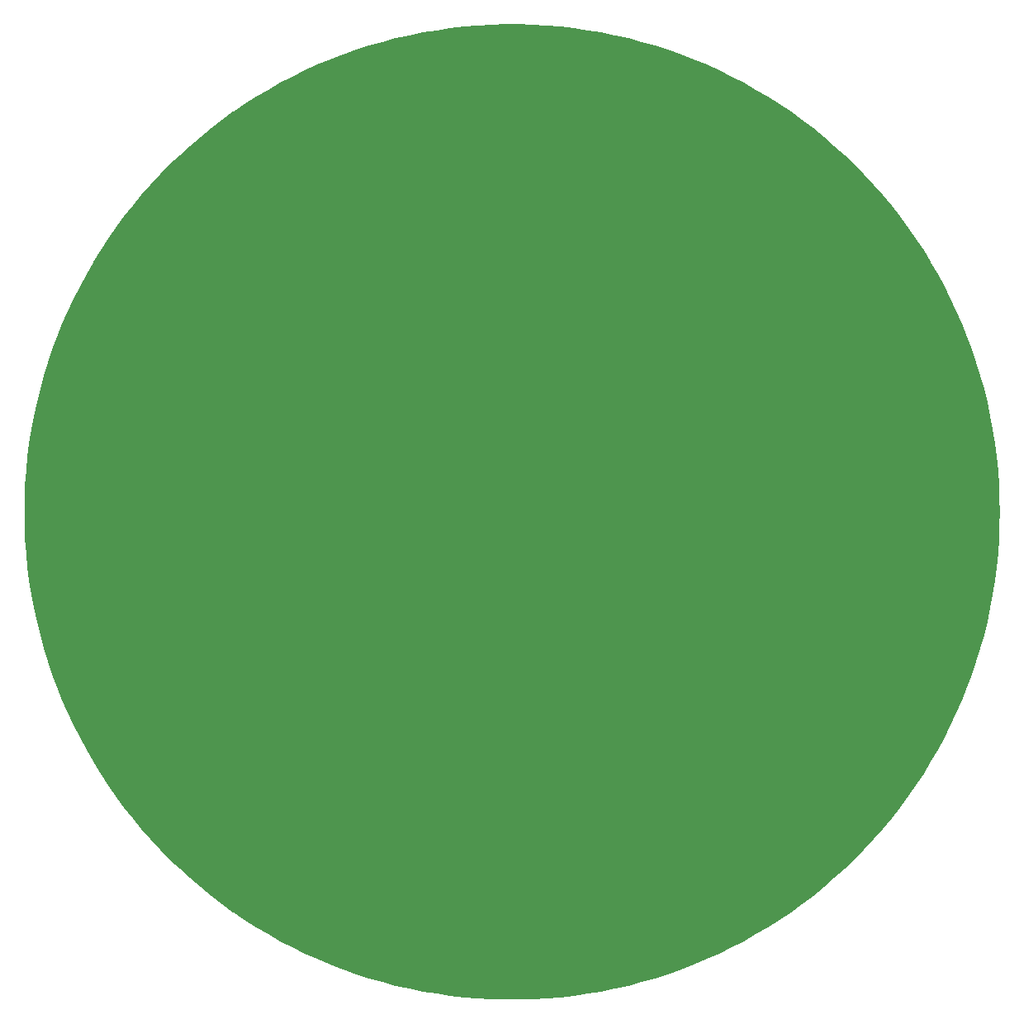
<source format=gbr>
%TF.GenerationSoftware,KiCad,Pcbnew,7.0.1*%
%TF.CreationDate,2023-05-31T20:33:01-07:00*%
%TF.ProjectId,skull_01,736b756c-6c5f-4303-912e-6b696361645f,rev?*%
%TF.SameCoordinates,Original*%
%TF.FileFunction,Soldermask,Top*%
%TF.FilePolarity,Negative*%
%FSLAX46Y46*%
G04 Gerber Fmt 4.6, Leading zero omitted, Abs format (unit mm)*
G04 Created by KiCad (PCBNEW 7.0.1) date 2023-05-31 20:33:01*
%MOMM*%
%LPD*%
G01*
G04 APERTURE LIST*
G04 APERTURE END LIST*
G36*
X50709308Y-5056D02*
G01*
X52120308Y-45002D01*
X52123814Y-45151D01*
X53533121Y-125010D01*
X53536622Y-125258D01*
X54943114Y-244969D01*
X54946606Y-245316D01*
X56349155Y-404780D01*
X56352636Y-405226D01*
X57750089Y-604316D01*
X57753556Y-604860D01*
X59144832Y-843417D01*
X59148282Y-844059D01*
X60532227Y-1121889D01*
X60535658Y-1122628D01*
X61911217Y-1439517D01*
X61914625Y-1440353D01*
X63280640Y-1796036D01*
X63284024Y-1796968D01*
X64639471Y-2191178D01*
X64642826Y-2192206D01*
X65986521Y-2624599D01*
X65989846Y-2625721D01*
X67320799Y-3095976D01*
X67324091Y-3097192D01*
X68641193Y-3604920D01*
X68644450Y-3606229D01*
X69946645Y-4151021D01*
X69949863Y-4152421D01*
X71236116Y-4733844D01*
X71239293Y-4735334D01*
X72508619Y-5352944D01*
X72511752Y-5354524D01*
X73763050Y-6007785D01*
X73766138Y-6009453D01*
X74998479Y-6697880D01*
X75001518Y-6699635D01*
X76213846Y-7422637D01*
X76216835Y-7424477D01*
X77408254Y-8181522D01*
X77411189Y-8183446D01*
X78580692Y-8973891D01*
X78583571Y-8975897D01*
X79730230Y-9799117D01*
X79733052Y-9801204D01*
X80855976Y-10656559D01*
X80858737Y-10658725D01*
X81956980Y-11545495D01*
X81959679Y-11547738D01*
X83032380Y-12465225D01*
X83035015Y-12467543D01*
X84081373Y-13415064D01*
X84083940Y-13417456D01*
X85103029Y-14394173D01*
X85105528Y-14396637D01*
X86096566Y-15401800D01*
X86098995Y-15404334D01*
X87061211Y-16437161D01*
X87063566Y-16439762D01*
X87996154Y-17499388D01*
X87998435Y-17502055D01*
X88900668Y-18587652D01*
X88902873Y-18590383D01*
X89774002Y-19701052D01*
X89776129Y-19703843D01*
X90615530Y-20838788D01*
X90617576Y-20841639D01*
X91424486Y-21999832D01*
X91426451Y-22002740D01*
X92200247Y-23183277D01*
X92202130Y-23186239D01*
X92942250Y-24388272D01*
X92944047Y-24391286D01*
X93649823Y-25613723D01*
X93651535Y-25616787D01*
X94322452Y-26858744D01*
X94324076Y-26861855D01*
X94959572Y-28122285D01*
X94961107Y-28125440D01*
X95560673Y-29403337D01*
X95562119Y-29406535D01*
X96125302Y-30700932D01*
X96126656Y-30704170D01*
X96652952Y-32013907D01*
X96654215Y-32017181D01*
X97143265Y-33341368D01*
X97144434Y-33344677D01*
X97595805Y-34682139D01*
X97596880Y-34685480D01*
X98010221Y-36035181D01*
X98011201Y-36038551D01*
X98386183Y-37399413D01*
X98387067Y-37402809D01*
X98723383Y-38773721D01*
X98724171Y-38777141D01*
X99021559Y-40157023D01*
X99022250Y-40160463D01*
X99280476Y-41548242D01*
X99281069Y-41551702D01*
X99499912Y-42946196D01*
X99500407Y-42949670D01*
X99679705Y-44349831D01*
X99680101Y-44353318D01*
X99819699Y-45757944D01*
X99819997Y-45761441D01*
X99919794Y-47169515D01*
X99919992Y-47173018D01*
X99979899Y-48583279D01*
X99979999Y-48586787D01*
X99999975Y-49998244D01*
X99999975Y-50001754D01*
X99979999Y-51413212D01*
X99979899Y-51416720D01*
X99919992Y-52826981D01*
X99919794Y-52830484D01*
X99819997Y-54238558D01*
X99819699Y-54242055D01*
X99680101Y-55646681D01*
X99679705Y-55650168D01*
X99500407Y-57050329D01*
X99499912Y-57053803D01*
X99281069Y-58448297D01*
X99280476Y-58451757D01*
X99022250Y-59839536D01*
X99021559Y-59842976D01*
X98724171Y-61222858D01*
X98723383Y-61226278D01*
X98387067Y-62597190D01*
X98386183Y-62600586D01*
X98011201Y-63961448D01*
X98010221Y-63964818D01*
X97596880Y-65314519D01*
X97595805Y-65317860D01*
X97144434Y-66655322D01*
X97143265Y-66658631D01*
X96654215Y-67982818D01*
X96652952Y-67986092D01*
X96126656Y-69295829D01*
X96125302Y-69299067D01*
X95562119Y-70593464D01*
X95560673Y-70596662D01*
X94961107Y-71874559D01*
X94959572Y-71877714D01*
X94324076Y-73138144D01*
X94322452Y-73141255D01*
X93651535Y-74383212D01*
X93649823Y-74386276D01*
X92944047Y-75608713D01*
X92942250Y-75611727D01*
X92202130Y-76813760D01*
X92200247Y-76816722D01*
X91426451Y-77997259D01*
X91424486Y-78000167D01*
X90617576Y-79158360D01*
X90615530Y-79161211D01*
X89776129Y-80296156D01*
X89774002Y-80298947D01*
X88902873Y-81409616D01*
X88900668Y-81412347D01*
X87998435Y-82497944D01*
X87996154Y-82500611D01*
X87063566Y-83560237D01*
X87061211Y-83562838D01*
X86098995Y-84595665D01*
X86096566Y-84598199D01*
X85105528Y-85603362D01*
X85103029Y-85605826D01*
X84083940Y-86582543D01*
X84081373Y-86584935D01*
X83035015Y-87532456D01*
X83032380Y-87534774D01*
X81959679Y-88452261D01*
X81956980Y-88454504D01*
X80858737Y-89341274D01*
X80855976Y-89343440D01*
X79733052Y-90198795D01*
X79730230Y-90200882D01*
X78583571Y-91024102D01*
X78580692Y-91026108D01*
X77411189Y-91816553D01*
X77408254Y-91818477D01*
X76216835Y-92575522D01*
X76213846Y-92577362D01*
X75001518Y-93300364D01*
X74998479Y-93302119D01*
X73766138Y-93990546D01*
X73763050Y-93992214D01*
X72511752Y-94645475D01*
X72508619Y-94647055D01*
X71239293Y-95264665D01*
X71236116Y-95266155D01*
X69949863Y-95847578D01*
X69946645Y-95848978D01*
X68644450Y-96393770D01*
X68641193Y-96395079D01*
X67324091Y-96902807D01*
X67320799Y-96904023D01*
X65989846Y-97374278D01*
X65986521Y-97375400D01*
X64642826Y-97807793D01*
X64639471Y-97808821D01*
X63284024Y-98203031D01*
X63280640Y-98203963D01*
X61914625Y-98559646D01*
X61911217Y-98560482D01*
X60535658Y-98877371D01*
X60532227Y-98878110D01*
X59148282Y-99155940D01*
X59144832Y-99156582D01*
X57753556Y-99395139D01*
X57750089Y-99395683D01*
X56352636Y-99594773D01*
X56349155Y-99595219D01*
X54946606Y-99754683D01*
X54943114Y-99755030D01*
X53536622Y-99874741D01*
X53533121Y-99874989D01*
X52123814Y-99954848D01*
X52120308Y-99954997D01*
X50709308Y-99994944D01*
X50705799Y-99994994D01*
X49294201Y-99994994D01*
X49290692Y-99994944D01*
X47879691Y-99954997D01*
X47876185Y-99954848D01*
X46466878Y-99874989D01*
X46463377Y-99874741D01*
X45056885Y-99755030D01*
X45053393Y-99754683D01*
X43650844Y-99595219D01*
X43647363Y-99594773D01*
X42249910Y-99395683D01*
X42246443Y-99395139D01*
X40855167Y-99156582D01*
X40851717Y-99155940D01*
X39467772Y-98878110D01*
X39464341Y-98877371D01*
X38088782Y-98560482D01*
X38085374Y-98559646D01*
X36719359Y-98203963D01*
X36715975Y-98203031D01*
X35360528Y-97808821D01*
X35357173Y-97807793D01*
X34013478Y-97375400D01*
X34010153Y-97374278D01*
X32679200Y-96904023D01*
X32675908Y-96902807D01*
X31358806Y-96395079D01*
X31355549Y-96393770D01*
X30053354Y-95848978D01*
X30050136Y-95847578D01*
X28763883Y-95266155D01*
X28760706Y-95264665D01*
X27491380Y-94647055D01*
X27488247Y-94645475D01*
X26236949Y-93992214D01*
X26233861Y-93990546D01*
X25001520Y-93302119D01*
X24998481Y-93300364D01*
X23786153Y-92577362D01*
X23783164Y-92575522D01*
X22591745Y-91818477D01*
X22588810Y-91816553D01*
X21419307Y-91026108D01*
X21416428Y-91024102D01*
X20269769Y-90200882D01*
X20266947Y-90198795D01*
X19144023Y-89343440D01*
X19141262Y-89341274D01*
X18043019Y-88454504D01*
X18040320Y-88452261D01*
X16967619Y-87534774D01*
X16964984Y-87532456D01*
X15918626Y-86584935D01*
X15916059Y-86582543D01*
X14896970Y-85605826D01*
X14894471Y-85603362D01*
X13903433Y-84598199D01*
X13901004Y-84595665D01*
X12938788Y-83562838D01*
X12936433Y-83560237D01*
X12003845Y-82500611D01*
X12001564Y-82497944D01*
X11099331Y-81412347D01*
X11097126Y-81409616D01*
X10225997Y-80298947D01*
X10223870Y-80296156D01*
X9384469Y-79161211D01*
X9382423Y-79158360D01*
X8575513Y-78000167D01*
X8573548Y-77997259D01*
X7799752Y-76816722D01*
X7797869Y-76813760D01*
X7057749Y-75611727D01*
X7055952Y-75608713D01*
X6350176Y-74386276D01*
X6348464Y-74383212D01*
X5677547Y-73141255D01*
X5675923Y-73138144D01*
X5040427Y-71877714D01*
X5038892Y-71874559D01*
X4439326Y-70596662D01*
X4437880Y-70593464D01*
X3874697Y-69299067D01*
X3873343Y-69295829D01*
X3347047Y-67986092D01*
X3345784Y-67982818D01*
X2856734Y-66658631D01*
X2855565Y-66655322D01*
X2404194Y-65317860D01*
X2403119Y-65314519D01*
X1989778Y-63964818D01*
X1988798Y-63961448D01*
X1613816Y-62600586D01*
X1612932Y-62597190D01*
X1276616Y-61226278D01*
X1275828Y-61222858D01*
X978440Y-59842976D01*
X977749Y-59839536D01*
X719523Y-58451757D01*
X718930Y-58448297D01*
X500087Y-57053803D01*
X499592Y-57050329D01*
X320294Y-55650168D01*
X319898Y-55646681D01*
X180300Y-54242055D01*
X180002Y-54238558D01*
X80205Y-52830484D01*
X80007Y-52826981D01*
X20100Y-51416720D01*
X20000Y-51413212D01*
X24Y-50001755D01*
X24Y-49998245D01*
X20000Y-48586787D01*
X20100Y-48583279D01*
X80007Y-47173018D01*
X80205Y-47169515D01*
X180002Y-45761441D01*
X180300Y-45757944D01*
X319898Y-44353318D01*
X320294Y-44349831D01*
X499592Y-42949670D01*
X500087Y-42946196D01*
X718930Y-41551702D01*
X719523Y-41548242D01*
X977749Y-40160463D01*
X978440Y-40157023D01*
X1275828Y-38777141D01*
X1276616Y-38773721D01*
X1612932Y-37402809D01*
X1613816Y-37399413D01*
X1988798Y-36038551D01*
X1989778Y-36035181D01*
X2403119Y-34685480D01*
X2404194Y-34682139D01*
X2855565Y-33344677D01*
X2856734Y-33341368D01*
X3345784Y-32017181D01*
X3347047Y-32013907D01*
X3873343Y-30704170D01*
X3874697Y-30700932D01*
X4437880Y-29406535D01*
X4439326Y-29403337D01*
X5038892Y-28125440D01*
X5040427Y-28122285D01*
X5675923Y-26861855D01*
X5677547Y-26858744D01*
X6348464Y-25616787D01*
X6350176Y-25613723D01*
X7055952Y-24391286D01*
X7057749Y-24388272D01*
X7797869Y-23186239D01*
X7799752Y-23183277D01*
X8573548Y-22002740D01*
X8575513Y-21999832D01*
X9382423Y-20841639D01*
X9384469Y-20838788D01*
X10223870Y-19703843D01*
X10225997Y-19701052D01*
X11097126Y-18590383D01*
X11099331Y-18587652D01*
X12001564Y-17502055D01*
X12003845Y-17499388D01*
X12936433Y-16439762D01*
X12938788Y-16437161D01*
X13901004Y-15404334D01*
X13903433Y-15401800D01*
X14894471Y-14396637D01*
X14896970Y-14394173D01*
X15916059Y-13417456D01*
X15918626Y-13415064D01*
X16964984Y-12467543D01*
X16967619Y-12465225D01*
X18040320Y-11547738D01*
X18043019Y-11545495D01*
X19141262Y-10658725D01*
X19144023Y-10656559D01*
X20266947Y-9801204D01*
X20269769Y-9799117D01*
X21416428Y-8975897D01*
X21419307Y-8973891D01*
X22588810Y-8183446D01*
X22591745Y-8181522D01*
X23783164Y-7424477D01*
X23786153Y-7422637D01*
X24998481Y-6699635D01*
X25001520Y-6697880D01*
X26233861Y-6009453D01*
X26236949Y-6007785D01*
X27488247Y-5354524D01*
X27491380Y-5352944D01*
X28760706Y-4735334D01*
X28763883Y-4733844D01*
X30050136Y-4152421D01*
X30053354Y-4151021D01*
X31355549Y-3606229D01*
X31358806Y-3604920D01*
X32675908Y-3097192D01*
X32679200Y-3095976D01*
X34010153Y-2625721D01*
X34013478Y-2624599D01*
X35357173Y-2192206D01*
X35360528Y-2191178D01*
X36715975Y-1796968D01*
X36719359Y-1796036D01*
X38085374Y-1440353D01*
X38088782Y-1439517D01*
X39464341Y-1122628D01*
X39467772Y-1121889D01*
X40851717Y-844059D01*
X40855167Y-843417D01*
X42246443Y-604860D01*
X42249910Y-604316D01*
X43647363Y-405226D01*
X43650844Y-404780D01*
X45053393Y-245316D01*
X45056885Y-244969D01*
X46463377Y-125258D01*
X46466878Y-125010D01*
X47876185Y-45151D01*
X47879691Y-45002D01*
X49290692Y-5056D01*
X49294201Y-5006D01*
X50705799Y-5006D01*
X50709308Y-5056D01*
G37*
M02*

</source>
